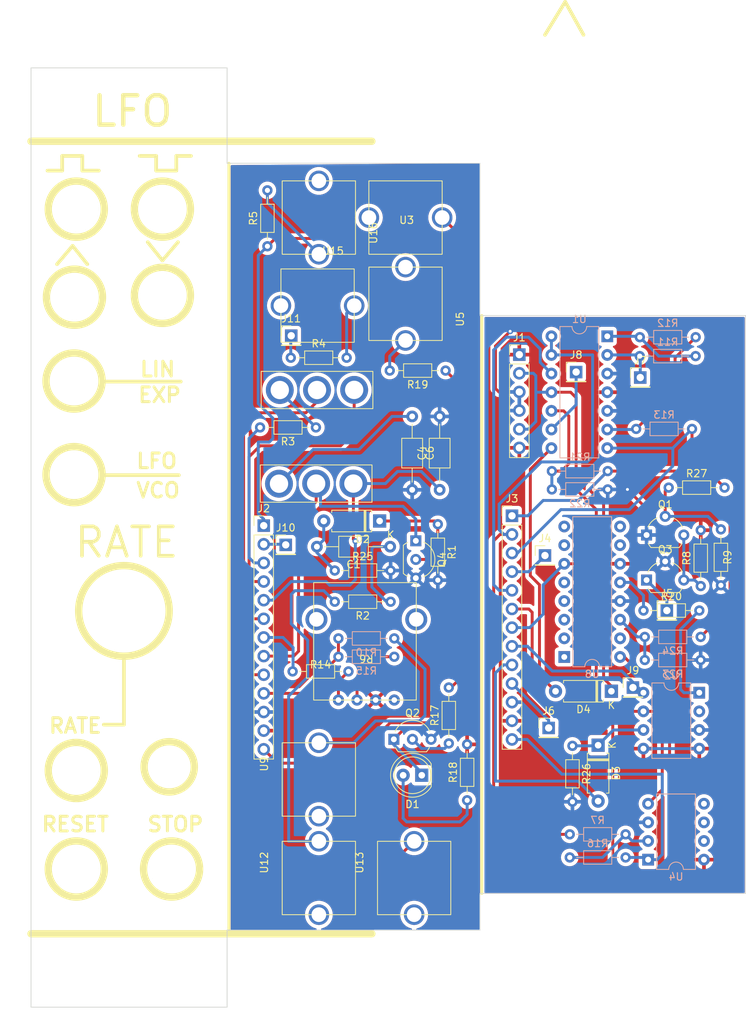
<source format=kicad_pcb>
(kicad_pcb (version 20221018) (generator pcbnew)
  (layers (0 "F.Cu" signal) (31 "B.Cu" signal) (34 "B.Paste" user) (35 "F.Paste" user) (36 "B.SilkS" user "B.Silkscreen") (37 "F.SilkS" user "F.Silkscreen") (38 "B.Mask" user) (39 "F.Mask" user) (44 "Edge.Cuts" user))
  (net 0 "")
  (net 1 "Net-(C1-Pad1)")
  (net 2 "Net-(D2-A)")
  (net 3 "Net-(R2-Pad2)")
  (net 5 "Net-(SW1-C)")
  (net 6 "Net-(D1-K)")
  (net 7 "Net-(D1-A)")
  (net 8 "+12V")
  (net 9 "-12V")
  (net 10 "GND")
  (net 11 "Net-(Q2-B)")
  (net 12 "Net-(D2-K)")
  (net 13 "Net-(D3-K)")
  (net 14 "Net-(D4-A)")
  (net 15 "Net-(Q1-B)")
  (net 16 "Net-(Q1-E)")
  (net 17 "Net-(R4-Pad2)")
  (net 18 "Net-(SW2-A)")
  (net 19 "Net-(R5-Pad2)")
  (net 23 "Net-(U1C-+)")
  (net 24 "Net-(R6-S)")
  (net 25 "Net-(R6-A)")
  (net 26 "Net-(R10-Pad2)")
  (net 27 "Net-(R11-Pad1)")
  (net 28 "Net-(U1B--)")
  (net 29 "Net-(R20-Pad1)")
  (net 30 "Net-(R20-Pad2)")
  (net 31 "Net-(U8A-+)")
  (net 37 "CV1")
  (net 38 "Net-(U4A--)")
  (net 39 "Net-(R19-Pad2)")
  (net 43 "VGND")
  (net 44 "CAP")
  (net 45 "STOP")
  (net 46 "SQR")
  (net 47 "ITRI")
  (net 48 "TRI")
  (net 49 "CV2")
  (net 50 "ABC")
  (net 51 "SW")
  (footprint "clipboard:8b81b61c-c021-4eda-8441-9e06cffa12e7" (layer "F.Cu") (at 65 59)
    (fp_text reference "")
    (fp_text value "")
  )
  (footprint "Library:3mm5 Mono Aux" (layer "F.Cu") (at 86.27 60.149 -90)
    (fp_text reference "U16")
    (fp_text value "Aux_flush")
  )
  (footprint "Library:3mm5 Mono Aux" (layer "F.Cu") (at 98.094265 60.149)
    (fp_text reference "U3")
    (fp_text value "Aux_flush")
  )
  (footprint "Library:Switch" (layer "F.Cu") (at 86.02 86.189)
    (fp_text reference "SW2" hide)
    (fp_text value "SW_SPDT")
  )
  (footprint "Resistor_THT:R_Axial_DIN0204_L3.6mm_D1.6mm_P7.62mm_Horizontal" (layer "F.Cu") (at 138.37 110.37 90)
    (fp_text reference "R8")
    (fp_text value "10k")
  )
  (footprint "Resistor_THT:R_Axial_DIN0204_L3.6mm_D1.6mm_P7.62mm_Horizontal" (layer "F.Cu") (at 120.87 132.14 -90)
    (fp_text reference "R26")
    (fp_text value "100k")
  )
  (footprint "Capacitor_THT:C_Axial_L3.8mm_D2.6mm_P10.00mm_Horizontal" (layer "F.Cu") (at 96 105 180)
    (fp_text reference "C1")
    (fp_text value "C")
  )
  (footprint "Diode_THT:D_A-405_P7.62mm_Horizontal" (layer "F.Cu") (at 94.56 101.5 180)
    (fp_text reference "D2")
    (fp_text value "D")
  )
  (footprint "Connector_PinHeader_2.54mm:PinHeader_1x01_P2.54mm_Vertical" (layer "F.Cu") (at 117.62 129.7)
    (fp_text reference "J6")
    (fp_text value "Conn_01x01_Pin")
  )
  (footprint "Connector_PinHeader_2.54mm:PinHeader_1x01_P2.54mm_Vertical" (layer "F.Cu") (at 133.75 113.7)
    (fp_text reference "J5")
    (fp_text value "Conn_01x01_Pin")
  )
  (footprint "Connector_PinHeader_2.54mm:PinHeader_1x01_P2.54mm_Vertical" (layer "F.Cu") (at 82.5 76.25)
    (fp_text reference "J11")
    (fp_text value "Conn_01x01_Pin")
  )
  (footprint "clipboard:8b81b61c-c021-4eda-8441-9e06cffa12e7" (layer "F.Cu") (at 65.925735 135)
    (fp_text reference "")
    (fp_text value "")
  )
  (footprint "Resistor_THT:R_Axial_DIN0204_L3.6mm_D1.6mm_P7.62mm_Horizontal" (layer "F.Cu") (at 82.44 79.25)
    (fp_text reference "R4")
    (fp_text value "1k")
  )
  (footprint "Library:3mm5 Mono Aux" (layer "F.Cu") (at 86.27 150.149 90)
    (fp_text reference "U12")
    (fp_text value "Aux_flush")
  )
  (footprint "Connector_PinHeader_2.54mm:PinHeader_1x01_P2.54mm_Vertical" (layer "F.Cu") (at 121.37 81.2)
    (fp_text reference "J8")
    (fp_text value "Conn_01x01_Pin")
  )
  (footprint "Resistor_THT:R_Axial_DIN0204_L3.6mm_D1.6mm_P7.62mm_Horizontal" (layer "F.Cu") (at 82.69 122)
    (fp_text reference "R14")
    (fp_text value "4k7")
  )
  (footprint "Resistor_THT:R_Axial_DIN0204_L3.6mm_D1.6mm_P7.62mm_Horizontal" (layer "F.Cu") (at 102.5 101.94 -90)
    (fp_text reference "R1")
    (fp_text value "100k")
  )
  (footprint "Resistor_THT:R_Axial_DIN0204_L3.6mm_D1.6mm_P7.62mm_Horizontal" (layer "F.Cu") (at 85.87 88.75 180)
    (fp_text reference "R3")
    (fp_text value "10k")
  )
  (footprint "Package_TO_SOT_THT:TO-92L_Wide" (layer "F.Cu") (at 130.98 109.55)
    (fp_text reference "Q3")
    (fp_text value "BC557")
  )
  (footprint "clipboard:8b81b61c-c021-4eda-8441-9e06cffa12e7" (layer "F.Cu") (at 53.175735 149)
    (fp_text reference "")
    (fp_text value "")
  )
  (footprint "MountingHole:MountingHole_3.2mm_M3" (layer "F.Cu") (at 52.25 165)
    (fp_text reference "REF**" hide)
    (fp_text value "MountingHole_3.2mm_M3")
  )
  (footprint "Connector_PinHeader_2.54mm:PinHeader_1x13_P2.54mm_Vertical" (layer "F.Cu") (at 112.62 100.79)
    (fp_text reference "J3")
    (fp_text value "Conn_01x13_Pin")
  )
  (footprint "Library:AlpsPot" (layer "F.Cu") (at 88.94 125.899)
    (fp_text reference "R6")
    (fp_text value "50k")
  )
  (footprint "clipboard:8b81b61c-c021-4eda-8441-9e06cffa12e7" (layer "F.Cu") (at 53.175735 135.574265)
    (fp_text reference "")
    (fp_text value "")
  )
  (footprint "Resistor_THT:R_Axial_DIN0204_L3.6mm_D1.6mm_P7.62mm_Horizontal" (layer "F.Cu") (at 104 131.81 90)
    (fp_text reference "R17")
    (fp_text value "100k")
  )
  (footprint "clipboard:8b81b61c-c021-4eda-8441-9e06cffa12e7" (layer "F.Cu") (at 66.175735 149)
    (fp_text reference "")
    (fp_text value "")
  )
  (footprint "Connector_PinHeader_2.54mm:PinHeader_1x01_P2.54mm_Vertical" (layer "F.Cu") (at 129.12 124.2)
    (fp_text reference "J9")
    (fp_text value "Conn_01x01_Pin")
  )
  (footprint "Library:3mm5 Mono Aux" (layer "F.Cu") (at 99.27 150.149 90)
    (fp_text reference "U13")
    (fp_text value "Aux_flush")
  )
  (footprint "Connector_PinHeader_2.54mm:PinHeader_1x13_P2.54mm_Vertical" (layer "F.Cu") (at 78.75 102.13)
    (fp_text reference "J2")
    (fp_text value "Conn_01x13_Pin")
  )
  (footprint "Connector_PinHeader_2.54mm:PinHeader_1x01_P2.54mm_Vertical" (layer "F.Cu") (at 130.12 81.95)
    (fp_text reference "J7")
    (fp_text value "Conn_01x01_Pin")
  )
  (footprint "Resistor_THT:R_Axial_DIN0204_L3.6mm_D1.6mm_P7.62mm_Horizontal" (layer "F.Cu") (at 103.56 81 180)
    (fp_text reference "R19")
    (fp_text value "1k")
  )
  (footprint "clipboard:8b81b61c-c021-4eda-8441-9e06cffa12e7" (layer "F.Cu") (at 53 71)
    (fp_text reference "")
    (fp_text value "")
  )
  (footprint "Connector_PinHeader_2.54mm:PinHeader_1x01_P2.54mm_Vertical" (layer "F.Cu") (at 117.12 106.2)
    (fp_text reference "J4")
    (fp_text value "Conn_01x01_Pin")
  )
  (footprint "Diode_THT:D_A-405_P7.62mm_Horizontal" (layer "F.Cu") (at 126.18 124.7 180)
    (fp_text reference "D4")
    (fp_text value "D")
  )
  (footprint "Library:3mm5 Mono Aux" (layer "F.Cu") (at 98.094265 71.899 -90)
    (fp_text reference "U5")
    (fp_text value "Aux_flush")
  )
  (footprint "Resistor_THT:R_Axial_DIN0204_L3.6mm_D1.6mm_P7.62mm_Horizontal" (layer "F.Cu") (at 88.44 108.25)
    (fp_text reference "R25")
    (fp_text value "100k")
  )
  (footprint "Resistor_THT:R_Axial_DIN0204_L3.6mm_D1.6mm_P7.62mm_Horizontal" (layer "F.Cu") (at 106.5 139.56 90)
    (fp_text reference "R18")
    (fp_text value "4k7")
  )
  (footprint "Resistor_THT:R_Axial_DIN0204_L3.6mm_D1.6mm_P7.62mm_Horizontal" (layer "F.Cu") (at 96.06 112.5 180)
    (fp_text reference "R2")
    (fp_text value "4k7")
  )
  (footprint "LED_THT:LED_D5.0mm" (layer "F.Cu") (at 100.31 136.149 180)
    (fp_text reference "D1")
    (fp_text value "LED")
  )
  (footprint "Diode_THT:D_A-405_P7.62mm_Horizontal" (layer "F.Cu") (at 124.37 132.055 -90)
    (fp_text reference "D3")
    (fp_text value "D")
  )
  (footprint "Library:3mm5 Mono Aux" (layer "F.Cu") (at 86.094265 72.149)
    (fp_text reference "U15")
    (fp_text value "Aux_flush")
  )
  (footprint "Resistor_THT:R_Axial_DIN0204_L3.6mm_D1.6mm_P7.62mm_Horizontal" (layer "F.Cu") (at 79.25 64.06 90)
    (fp_text reference "R5")
    (fp_text value "1k")
  )
  (footprint "Library:3mm5 Mono Aux" (layer "F.Cu") (at 86.27 136.723265 90)
    (fp_text reference "U9")
    (fp_text value "Aux_flush")
  )
  (footprint "clipboard:8b81b61c-c021-4eda-8441-9e06cffa12e7" (layer "F.Cu") (at 53.175735 59)
    (fp_text reference "")
    (fp_text value "")
  )
  (footprint "clipboard:8b81b61c-c021-4eda-8441-9e06cffa12e7" (layer "F.Cu") (at 52.925735 82.5)
    (fp_text reference "")
    (fp_text value "")
  )
  (footprint "clipboard:8b81b61c-c021-4eda-8441-9e06cffa12e7" (layer "F.Cu") (at 52.806204 95.25)
    (fp_text reference "")
    (fp_text value "")
  )
  (footprint "Package_TO_SOT_THT:TO-92L_Wide" (layer "F.Cu") (at 130.98 103.41)
    (fp_text reference "Q1")
    (fp_text value "BC557")
  )
  (footprint "Capacitor_THT:C_Axial_L3.8mm_D2.6mm_P10.00mm_Horizontal" (layer "F.Cu") (at 99 87.25 -90)
    (fp_text reference "C6")
    (fp_text value "C")
  )
  (footprint "Resistor_THT:R_Axial_DIN0204_L3.6mm_D1.6mm_P7.62mm_Horizontal" (layer "F.Cu") (at 141.12 110.26 90)
    (fp_text reference "R9")
    (fp_text value "4k7")
  )
  (footprint "Resistor_THT:R_Axial_DIN0204_L3.6mm_D1.6mm_P7.62mm_Horizontal" (layer "F.Cu") (at 134 96.95)
    (fp_text reference "R27")
    (fp_text value "4k7")
  )
  (footprint "" (layer "F.Cu") (at 59.675735 113.75)
    (fp_text reference "")
    (fp_text value "")
  )
  (footprint "Package_TO_SOT_THT:TO-92L_Inline_Wide" (layer "F.Cu") (at 99.5 104.2 -90)
    (fp_text reference "Q4")
    (fp_text value "BC547")
  )
  (footprint "Connector_PinHeader_2.54mm:PinHeader_1x06_P2.54mm_Vertical" (layer "F.Cu") (at 113.62 78.83)
    (fp_text reference "J1")
    (fp_text value "Conn_01x06_Female")
  )
  (footprint "MountingHole:MountingHole_3.2mm_M3" (layer "F.Cu") (at 52.25 42.5)
    (fp_text reference "REF**" hide)
    (fp_text value "MountingHole_3.2mm_M3")
  )
  (footprint "clipboard:8b81b61c-c021-4eda-8441-9e06cffa12e7" (layer "F.Cu") (at 65 70.75)
    (fp_text reference "")
    (fp_text value "")
  )
  (footprint "Library:Switch" (layer "F.Cu") (at 85.900469 93.859 180)
    (fp_text reference "SW1" hide)
    (fp_text value "SW_SPDT")
  )
  (footprint "Resistor_THT:R_Axial_DIN0204_L3.6mm_D1.6mm_P7.62mm_Horizontal" (layer "F.Cu") (at 130.56 113.7)
    (fp_text reference "R20")
    (fp_text value "4k7")
  )
  (footprint "Connector_PinHeader_2.54mm:PinHeader_1x01_P2.54mm_Vertical" (layer "F.Cu") (at 81.75 104.75)
    (fp_text reference "J10")
    (fp_text value "Conn_01x01_Pin")
  )
  (footprint "Capacitor_THT:C_Axial_L3.8mm_D2.6mm_P10.00mm_Horizontal" (layer "F.Cu") (at 102.75 97.25 90)
    (fp_text reference "C4")
    (fp_text value "C")
  )
  (footprint "Package_TO_SOT_THT:TO-92L_Inline_Wide" (layer "F.Cu") (at 96.5 131.25)
    (fp_text reference "Q2")
    (fp_text value "BC547")
  )
  (footprint "Resistor_THT:R_Axial_DIN0204_L3.6mm_D1.6mm_P7.62mm_Horizontal" (layer "B.Cu") (at 125.68 94.7 180)
    (fp_text reference "R21")
    (fp_text value "100k")
  )
  (footprint "Package_DIP:DIP-16_W7.62mm" (layer "B.Cu") (at 119.75 120.03)
    (fp_text reference "U8")
    (fp_text value "LM13700")
  )
  (footprint "Resistor_THT:R_Axial_DIN0204_L3.6mm_D1.6mm_P7.62mm_Horizontal" (layer "B.Cu") (at 88.94 120)
    (fp_text reference "R15")
    (fp_text value "100k")
  )
  (footprint "Resistor_THT:R_Axial_DIN0204_L3.6mm_D1.6mm_P7.62mm_Horizontal" (layer "B.Cu") (at 118.06 97.2)
    (fp_text reference "R22")
    (fp_text value "100k")
  )
  (footprint "Package_DIP:DIP-8_W7.62mm" (layer "B.Cu") (at 131.19 147.65)
    (fp_text reference "U4")
    (fp_text value "TL072")
  )
  (footprint "Resistor_THT:R_Axial_DIN0204_L3.6mm_D1.6mm_P7.62mm_Horizontal" (layer "B.Cu") (at 128.12 144.2 180)
    (fp_text reference "R7")
    (fp_text value "100k")
  )
  (footprint "Package_DIP:DIP-8_W7.62mm" (layer "B.Cu") (at 138.17 124.9 180)
    (fp_text reference "U2")
    (fp_text value "DG417xJ")
  )
  (footprint "Resistor_THT:R_Axial_DIN0204_L3.6mm_D1.6mm_P7.62mm_Horizontal" (layer "B.Cu") (at 128.12 147.35 180)
    (fp_text reference "R16")
    (fp_text value "100k")
  )
  (footprint "Resistor_THT:R_Axial_DIN0204_L3.6mm_D1.6mm_P7.62mm_Horizontal" (layer "B.Cu") (at 88.94 117.5)
    (fp_text reference "R10")
    (fp_text value "100k")
  )
  (footprint "Resistor_THT:R_Axial_DIN0204_L3.6mm_D1.6mm_P7.62mm_Horizontal" (layer "B.Cu") (at 137.18 88.95 180)
    (fp_text reference "R13")
    (fp_text value "100k")
  )
  (footprint "Package_DIP:DIP-14_W7.62mm" (layer "B.Cu") (at 125.62 76.33 180)
    (fp_text reference "U1")
    (fp_text value "TL074")
  )
  (footprint "Resistor_THT:R_Axial_DIN0204_L3.6mm_D1.6mm_P7.62mm_Horizontal" (layer "B.Cu") (at 130.74 120.445)
    (fp_text reference "R23")
    (fp_text value "1k")
  )
  (footprint "Resistor_THT:R_Axial_DIN0204_L3.6mm_D1.6mm_P7.62mm_Horizontal" (layer "B.Cu") (at 137.67 79.03 180)
    (fp_text reference "R11")
    (fp_text value "100k")
  )
  (footprint "Resistor_THT:R_Axial_DIN0204_L3.6mm_D1.6mm_P7.62mm_Horizontal" (layer "B.Cu") (at 137.68 76.45 180)
    (fp_text reference "R12")
    (fp_text value "100k")
  )
  (footprint "Resistor_THT:R_Axial_DIN0204_L3.6mm_D1.6mm_P7.62mm_Horizontal" (layer "B.Cu") (at 130.74 117.295)
    (fp_text reference "R24")
    (fp_text value "100k")
  )
  (gr_circle (center 52.925735 71) (end 56.75 71) (stroke (width 1)) (fill none) (layer "F.SilkS"))
  (gr_line (start 67.050735 63.5) (end 64.925735 66) (stroke (width 0.5)) (layer "F.SilkS"))
  (gr_circle (center 53.175735 148.925735) (end 57 148.925735) (stroke (width 1)) (fill none) (layer "F.SilkS"))
  (gr_circle (center 52.870735 82.425735) (end 56.695 82.425735) (stroke (width 1)) (fill none) (layer "F.SilkS"))
  (gr_circle (center 53.175735 59) (end 57 59) (stroke (width 1)) (fill none) (layer "F.SilkS"))
  (gr_line (start 54 53.75) (end 56.25 53.75) (stroke (width 0.5)) (layer "F.SilkS"))
  (gr_line (start 66.824265 51.75) (end 66.824265 53.75) (stroke (width 0.5)) (layer "F.SilkS"))
  (gr_line (start 50.550735 66.5) (end 52.675735 64) (stroke (width 0.5)) (layer "F.SilkS"))
  (gr_line (start 57.175735 82.5) (end 67.425735 82.5) (stroke (width 0.5)) (layer "F.SilkS"))
  (gr_line (start 54 51.75) (end 54 53.75) (stroke (width 0.5)) (layer "F.SilkS"))
  (gr_line (start 52.675735 64) (end 54.675735 66.5) (stroke (width 0.5)) (layer "F.SilkS"))
  (gr_circle (center 53.175735 135.5) (end 57 135.5) (stroke (width 1)) (fill none) (layer "F.SilkS"))
  (gr_line (start 64.074265 51.75) (end 61.824265 51.75) (stroke (width 0.5)) (layer "F.SilkS"))
  (gr_line (start 117.125 35.25) (end 119.875 30.75) (stroke (width 0.5)) (layer "F.SilkS"))
  (gr_line (start 57.175735 95.25) (end 67.175735 95.25) (stroke (width 0.5)) (layer "F.SilkS"))
  (gr_line (start 93.5 157.75) (end 47 157.75) (stroke (width 1)) (layer "F.SilkS"))
  (gr_line (start 74 52.75) (end 74 157.25) (stroke (width 0.4)) (layer "F.SilkS"))
  (gr_circle (center 64.925735 59) (end 68.75 59) (stroke (width 1)) (fill none) (layer "F.SilkS"))
  (gr_line (start 49.25 53.75) (end 51.25 53.75) (stroke (width 0.5)) (layer "F.SilkS"))
  (gr_circle (center 64.925735 70.75) (end 68.75 70.75) (stroke (width 1)) (fill none) (layer "F.SilkS"))
  (gr_circle (center 66.175735 148.925735) (end 70 148.925735) (stroke (width 1)) (fill none) (layer "F.SilkS"))
  (gr_circle (center 52.870735 95.181887) (end 56.695 95.181887) (stroke (width 1)) (fill none) (layer "F.SilkS"))
  (gr_line (start 68.824265 51.75) (end 66.824265 51.75) (stroke (width 0.5)) (layer "F.SilkS"))
  (gr_line (start 51.25 51.75) (end 54 51.75) (stroke (width 0.5)) (layer "F.SilkS"))
  (gr_line (start 108.5 73.5) (end 108.5 152.25) (stroke (width 0.4)) (layer "F.SilkS"))
  (gr_line (start 66.824265 53.75) (end 64.074265 53.75) (stroke (width 0.5)) (layer "F.SilkS"))
  (gr_line (start 119.875 30.75) (end 122.375 35.25) (stroke (width 0.5)) (layer "F.SilkS"))
  (gr_line (start 51.25 53.75) (end 51.25 51.75) (stroke (width 0.5)) (layer "F.SilkS"))
  (gr_circle (center 59.675735 113.75) (end 65.85028 113.75) (stroke (width 1)) (fill none) (layer "F.SilkS"))
  (gr_line (start 64.925735 66) (end 62.925735 63.5) (stroke (width 0.5)) (layer "F.SilkS"))
  (gr_line (start 59.675735 129.25) (end 59.675735 120.5) (stroke (width 0.5)) (layer "F.SilkS"))
  (gr_line (start 47 49.75) (end 93.5 49.75) (stroke (width 1)) (layer "F.SilkS"))
  (gr_line (start 56.925735 129.25) (end 59.675735 129.25) (stroke (width 0.5)) (layer "F.SilkS"))
  (gr_circle (center 65.85147 135) (end 69.277205 135) (stroke (width 1)) (fill none) (layer "F.SilkS"))
  (gr_line (start 64.074265 53.75) (end 64.074265 51.75) (stroke (width 0.5)) (layer "F.SilkS"))
  (gr_line (start 73.75 52.75) (end 108.25 52.75) (stroke (width 0.1)) (layer "Edge.Cuts"))
  (gr_line (start 144.5 73.5) (end 144.5 152.25) (stroke (width 0.1)) (layer "Edge.Cuts"))
  (gr_line (start 108.25 52.75) (end 108.25 73.5) (stroke (width 0.1)) (layer "Edge.Cuts"))
  (gr_line (start 108.25 157.25) (end 73.75 157.25) (stroke (width 0.1)) (layer "Edge.Cuts"))
  (gr_line (start 108.25 73.5) (end 144.5 73.5) (stroke (width 0.1)) (layer "Edge.Cuts"))
  (gr_line (start 47 39.75) (end 73.75 39.75) (stroke (width 0.1)) (layer "Edge.Cuts"))
  (gr_line (start 47 167.75) (end 47 39.75) (stroke (width 0.1)) (layer "Edge.Cuts"))
  (gr_line (start 73.75 167.75) (end 47 167.75) (stroke (width 0.1)) (layer "Edge.Cuts"))
  (gr_line (start 73.75 157.25) (end 73.75 167.75) (stroke (width 0.1)) (layer "Edge.Cuts"))
  (gr_line (start 144.5 152.25) (end 108.25 152.25) (stroke (width 0.1)) (layer "Edge.Cuts"))
  (gr_line (start 108.25 152.25) (end 108.25 157.25) (stroke (width 0.1)) (layer "Edge.Cuts"))
  (gr_line (start 73.75 39.75) (end 73.75 52.75) (stroke (width 0.1)) (layer "Edge.Cuts"))
  (gr_text "RESET" (at 48.251925 144) (layer "F.SilkS") (effects (font (size 2 2) (thickness 0.4) bold) (justify left bottom)))
  (gr_text "LIN\n" (at 61.675735 82) (layer "F.SilkS") (effects (font (size 2 2) (thickness 0.4) bold) (justify left bottom)))
  (gr_text "VCO\n" (at 61.175735 98.5) (layer "F.SilkS") (effects (font (size 2 2) (thickness 0.4) bold) (justify left bottom)))
  (gr_text "RATE" (at 52.675735 106.75) (layer "F.SilkS") (effects (font (size 4 4) (thickness 0.5)) (justify left bottom)))
  (gr_text "EXP" (at 61.425735 85.5) (layer "F.SilkS") (effects (font (size 2 2) (thickness 0.4) bold) (justify left bottom)))
  (gr_text "RATE" (at 49.251925 130.574265) (layer "F.SilkS") (effects (font (size 2 2) (thickness 0.4) bold) (justify left bottom)))
  (gr_text "LFO\n" (at 55 48) (layer "F.SilkS") (effects (font (size 4 4) (thickness 0.6) bold) (justify left bottom)))
  (gr_text "STOP" (at 62.675735 144) (layer "F.SilkS") (effects (font (size 2 2) (thickness 0.4) bold) (justify left bottom)))
  (gr_text "LFO\n" (at 61.175735 94.5) (layer "F.SilkS") (effects (font (size 2 2) (thickness 0.4) bold) (justify left bottom)))
  (segment (start 93.5 105.25) (end 93.75 105) (width 0.4) (layer "B.Cu") (net 1))
  (segment (start 93.5 110.5) (end 93.5 105.25) (width 0.4) (layer "B.Cu") (net 1))
  (segment (start 93.75 105) (end 96 105) (width 0.4) (layer "B.Cu") (net 1))
  (segment (start 95.5 112.5) (end 93.5 110.5) (width 0.4) (layer "B.Cu") (net 1))
  (segment (start 96.06 112.5) (end 95.5 112.5) (width 0.4) (layer "B.Cu") (net 1))
  (segment (start 86.94 101.5) (end 86.94 104.06) (width 0.4) (layer "B.Cu") (net 2))
  (segment (start 86.94 104.06) (end 86 105) (width 0.4) (layer "B.Cu") (net 2))
  (segment (start 88.44 108.25) (end 86 105.81) (width 0.4) (layer "B.Cu") (net 2))
  (segment (start 86 105.81) (end 86 105) (width 0.4) (layer "B.Cu") (net 2))
  (segment (start 86.94 111) (end 88.44 112.5) (width 0.4) (layer "B.Cu") (net 3))
  (segment (start 84.75 117.75) (end 82.5 115.5) (width 0.4) (layer "B.Cu") (net 3))
  (segment (start 82.149 145.149) (end 82.149 125.351) (width 0.4) (layer "B.Cu") (net 3))
  (segment (start 83 111) (end 86.94 111) (width 0.4) (layer "B.Cu") (net 3))
  (segment (start 82.5 111.5) (end 83 111) (width 0.4) (layer "B.Cu") (net 3))
  (segment (start 84.75 122.75) (end 84.75 117.75) (width 0.4) (layer "B.Cu") (net 3))
  (segment (start 86.27 145.149) (end 82.149 145.149) (width 0.4) (layer "B.Cu") (net 3))
  (segment (start 82.149 125.351) (end 84.75 122.75) (width 0.4) (layer "B.Cu") (net 3))
  (segment (start 82.5 115.5) (end 82.5 111.5) (width 0.4) (layer "B.Cu") (net 3))
  (segment (start 91.75 91.75) (end 96.25 87.25) (width 0.4) (layer "B.Cu") (net 5))
  (segment (start 96.25 87.25) (end 99 87.25) (width 0.4) (layer "B.Cu") (net 5))
  (segment (start 80.832356 96.415204) (end 85.49756 91.75) (width 0.4) (layer "B.Cu") (net 5))
  (segment (start 85.49756 91.75) (end 91.75 91.75) (width 0.4) (layer "B.Cu") (net 5))
  (segment (start 107.25 125.75) (end 107.25 64.304735) (width 0.4) (layer "F.Cu") (net 6))
  (segment (start 98 129.75) (end 103.25 129.75) (width 0.4) (layer "F.Cu") (net 6))
  (segment (start 103.25 129.75) (end 107.25 125.75) (width 0.4) (layer "F.Cu") (net 6))
  (segment (start 96.5 131.25) (end 98 129.75) (width 0.4) (layer "F.Cu") (net 6))
  (segment (start 107.25 64.304735) (end 103.094265 60.149) (width 0.4) (layer "F.Cu") (net 6))
  (segment (start 100.31 136.149) (end 100.31 135.81) (width 0.4) (layer "B.Cu") (net 6))
  (segment (start 96.5 132) (end 96.5 131.25) (width 0.4) (layer "B.Cu") (net 6))
  (segment (start 100.31 135.81) (end 96.5 132) (width 0.4) (layer "B.Cu") (net 6))
  (segment (start 98.25 142.5) (end 97.75 142) (width 0.4) (layer "B.Cu") (net 7))
  (segment (start 106.5 141.5) (end 105.5 142.5) (width 0.4) (layer "B.Cu") (net 7))
  (segment (start 106.5 139.56) (end 106.5 141.5) (width 0.4) (layer "B.Cu") (net 7))
  (segment (start 97.77 141.98) (end 97.77 136.149) (width 0.4) (layer "B.Cu") (net 7))
  (segment (start 105.5 142.5) (end 98.25 142.5) (width 0.4) (layer "B.Cu") (net 7))
  (segment (start 97.75 142) (end 97.77 141.98) (width 0.4) (layer "B.Cu") (net 7))
  (segment (start 130.55 132.52) (end 138.17 132.52) (width 0.4) (layer "B.Cu") (net 8))
  (segment (start 120.62 83.95) (end 118 83.95) (width 0.4) (layer "F.Cu") (net 9))
  (segment (start 125.61 127.44) (end 124.12 125.95) (width 0.4) (layer "F.Cu") (net 9))
  (segment (start 130.55 127.44) (end 125.61 127.44) (width 0.4) (layer "F.Cu") (net 9))
  (segment (start 121.37 97.2) (end 121.37 84.7) (width 0.4) (layer "F.Cu") (net 9))
  (segment (start 133.12 128.45) (end 132.11 127.44) (width 0.4) (layer "F.Cu") (net 9))
  (segment (start 119.75 107.33) (end 123.99 107.33) (width 0.4) (layer "F.Cu") (net 9))
  (segment (start 132.11 127.44) (end 130.55 127.44) (width 0.4) (layer "F.Cu") (net 9))
  (segment (start 121.37 84.7) (end 120.62 83.95) (width 0.4) (layer "F.Cu") (net 9))
  (segment (start 131.19 140.03) (end 133.12 138.1) (width 0.4) (layer "F.Cu") (net 9))
  (segment (start 124.12 99.95) (end 121.37 97.2) (width 0.4) (layer "F.Cu") (net 9))
  (segment (start 124.12 107.2) (end 124.12 99.95) (width 0.4) (layer "F.Cu") (net 9))
  (segment (start 123.99 107.33) (end 124.12 107.2) (width 0.4) (layer "F.Cu") (net 9))
  (segment (start 124.12 125.95) (end 124.12 107.2) (width 0.4) (layer "F.Cu") (net 9))
  (segment (start 133.12 138.1) (end 133.12 128.45) (width 0.4) (layer "F.Cu") (net 9))
  (segment (start 116.87 110.21) (end 119.75 107.33) (width 0.4) (layer "B.Cu") (net 9))
  (segment (start 118 83.95) (end 115.87 83.95) (width 0.4) (layer "B.Cu") (net 9))
  (segment (start 113.62 81.37) (end 115.54 81.37) (width 0.4) (layer "B.Cu") (net 9))
  (segment (start 82.75 118.75) (end 82.75 121.94) (width 0.4) (layer "B.Cu") (net 9))
  (segment (start 78.75 117.37) (end 81.37 117.37) (width 0.4) (layer "B.Cu") (net 9))
  (segment (start 114.83 88.99) (end 113.62 88.99) (width 0.4) (layer "B.Cu") (net 9))
  (segment (start 115.54 81.37) (end 115.87 81.7) (width 0.4) (layer "B.Cu") (net 9))
  (segment (start 112.62 116.03) (end 115.04 116.03) (width 0.4) (layer "B.Cu") (net 9))
  (segment (start 115.87 83.95) (end 115.87 87.95) (width 0.4) (layer "B.Cu") (net 9))
  (segment (start 81.37 117.37) (end 82.75 118.75) (width 0.4) (layer "B.Cu") (net 9))
  (segment (start 115.87 81.7) (end 115.87 83.95) (width 0.4) (layer "B.Cu") (net 9))
  (segment (start 115.87 87.95) (end 114.83 88.99) (width 0.4) (layer "B.Cu") (net 9))
  (segment (start 116.87 114.2) (end 116.87 110.21) (width 0.4) (layer "B.Cu") (net 9))
  (segment (start 115.04 116.03) (end 116.87 114.2) (width 0.4) (layer "B.Cu") (net 9))
  (segment (start 82.75 121.94) (end 82.69 122) (width 0.4) (layer "B.Cu") (net 9))
  (segment (start 110.37 77.6505) (end 110.37 83.45) (width 0.4) (layer "F.Cu") (net 10))
  (segment (start 110.37 83.45) (end 110.83 83.91) (width 0.4) (layer "F.Cu") (net 10))
  (segment (start 130.98 103.41) (end 130.98 99.81) (width 0.4) (layer "F.Cu") (net 10))
  (segment (start 130.98 99.81) (end 128.37 97.2) (width 0.4) (layer "F.Cu") (net 10))
  (segment (start 110.83 83.91) (end 113.62 83.91) (width 0.4) (layer "F.Cu") (net 10))
  (segment (start 112.37 75.6505) (end 110.37 77.6505) (width 0.4) (layer "F.Cu") (net 10))
  (via (at 112.37 75.6505) (size 0.8) (drill 0.4) (layers "F.Cu" "B.Cu") (net 10))
  (via (at 128.37 97.2) (size 0.8) (drill 0.4) (layers "F.Cu" "B.Cu") (net 10))
  (segment (start 104 131.94) (end 103.44 132.5) (width 0.4) (layer "B.Cu") (net 11))
  (segment (start 100.29 132.5) (end 99.04 131.25) (width 0.4) (layer "B.Cu") (net 11))
  (segment (start 103.44 132.5) (end 100.29 132.5) (width 0.4) (layer "B.Cu") (net 11))
  (segment (start 102.06 101.5) (end 102.5 101.94) (width 0.4) (layer "F.Cu") (net 12))
  (segment (start 94.56 101.5) (end 102.06 101.5) (width 0.4) (layer "F.Cu") (net 12))
  (segment (start 102.26 106.74) (end 102.5 106.5) (width 0.4) (layer "F.Cu") (net 12))
  (segment (start 102.5 106.5) (end 102.5 101.94) (width 0.4) (layer "F.Cu") (net 12))
  (segment (start 99.5 106.74) (end 102.26 106.74) (width 0.4) (layer "F.Cu") (net 12))
  (segment (start 120.87 132.14) (end 124.285 132.14) (width 0.4) (layer "B.Cu") (net 13))
  (segment (start 130.55 129.98) (end 126.445 129.98) (width 0.4) (layer "B.Cu") (net 13))
  (segment (start 124.285 132.14) (end 124.37 132.055) (width 0.4) (layer "B.Cu") (net 13))
  (segment (start 126.445 129.98) (end 124.37 132.055) (width 0.4) (layer "B.Cu") (net 13))
  (segment (start 115.12 94.45) (end 115.12 108.95) (width 0.4) (layer "F.Cu") (net 14))
  (segment (start 116.37 110.2) (end 116.37 122.51) (width 0.4) (layer "F.Cu") (net 14))
  (segment (start 115.12 108.95) (end 116.37 110.2) (width 0.4) (layer "F.Cu") (net 14))
  (segment (start 118 91.57) (end 115.12 94.45) (width 0.4) (layer "F.Cu") (net 14))
  (segment (start 116.37 122.51) (end 118.56 124.7) (width 0.4) (layer "F.Cu") (net 14))
  (segment (start 133.52 100.87) (end 133.52 97.43) (width 0.4) (layer "F.Cu") (net 15))
  (segment (start 133.52 97.43) (end 134 96.95) (width 0.4) (layer "F.Cu") (net 15))
  (segment (start 139.35 100.87) (end 141.12 102.64) (width 0.4) (layer "B.Cu") (net 15))
  (segment (start 133.52 100.87) (end 139.35 100.87) (width 0.4) (layer "B.Cu") (net 15))
  (segment (start 136.06 109.55) (end 136.06 103.41) (width 0.4) (layer "B.Cu") (net 16))
  (segment (start 137.55 109.55) (end 138.37 110.37) (width 0.4) (layer "B.Cu") (net 16))
  (segment (start 136.06 109.55) (end 137.55 109.55) (width 0.4) (layer "B.Cu") (net 16))
  (segment (start 90.06 73.183265) (end 91.094265 72.149) (width 0.4) (layer "B.Cu") (net 17))
  (segment (start 90.06 79.25) (end 90.06 73.183265) (width 0.4) (layer "B.Cu") (net 17))
  (segment (start 80.94 83.82) (end 80.94 83.649) (width 0.4) (layer "B.Cu") (net 18))
  (segment (start 85.87 88.75) (end 80.94 83.82) (width 0.4) (layer "B.Cu") (net 18))
  (segment (start 79.25 58.129) (end 79.25 56.44) (width 0.4) (layer "B.Cu") (net 19))
  (segment (start 86.27 65.149) (end 79.25 58.129) (width 0.4) (layer "B.Cu") (net 19))
  (segment (start 120.37 87.2) (end 119.66 86.49) (width 0.4) (layer "F.Cu") (net 23))
  (segment (start 119.37 94.7) (end 120.37 93.7) (width 0.4) (layer "F.Cu") (net 23))
  (segment (start 120.37 93.7) (end 120.37 87.2) (width 0.4) (layer "F.Cu") (net 23))
  (segment (start 119.66 86.49) (end 118 86.49) (width 0.4) (layer "F.Cu") (net 23))
  (segment (start 118.06 94.7) (end 119.37 94.7) (width 0.4) (layer "F.Cu") (net 23))
  (segment (start 118.06 97.2) (end 118.06 94.7) (width 0.4) (layer "B.Cu") (net 23))
  (segment (start 91.48 125.899) (end 91.48 123.27) (width 0.4) (layer "F.Cu") (net 24))
  (segment (start 94.75 120) (end 96.56 120) (width 0.4) (layer "F.Cu") (net 24))
  (segment (start 91.48 123.27) (end 94.75 120) (width 0.4) (layer "F.Cu") (net 24))
  (segment (start 88.94 125.899) (end 88.94 123.37) (width 0.4) (layer "F.Cu") (net 25))
  (segment (start 88.94 123.37) (end 90.31 122) (width 0.4) (layer "F.Cu") (net 25))
  (segment (start 100.75 128) (end 100.75 121.69) (width 0.4) (layer "B.Cu") (net 26))
  (segment (start 100 128.75) (end 100.75 128) (width 0.4) (layer "B.Cu") (net 26))
  (segment (start 86.27 131.723265) (end 91.026735 131.723265) (width 0.4) (layer "B.Cu") (net 26))
  (segment (start 91.026735 131.723265) (end 94 128.75) (width 0.4) (layer "B.Cu") (net 26))
  (segment (start 94 128.75) (end 100 128.75) (width 0.4) (layer "B.Cu") (net 26))
  (segment (start 100.75 121.69) (end 96.56 117.5) (width 0.4) (layer "B.Cu") (net 26))
  (segment (start 137.67 79.03) (end 132.64 79.03) (width 0.4) (layer "B.Cu") (net 27))
  (segment (start 125.62 76.33) (end 129.94 76.33) (width 0.4) (layer "B.Cu") (net 27))
  (segment (start 129.94 76.33) (end 130.06 76.45) (width 0.4) (layer "B.Cu") (net 27))
  (segment (start 132.64 79.03) (end 130.06 76.45) (width 0.4) (layer "B.Cu") (net 27))
  (segment (start 129.56 88.95) (end 134.87 83.64) (width 0.4) (layer "F.Cu") (net 28))
  (segment (start 134.87 83.64) (end 134.87 79.26) (width 0.4) (layer "F.Cu") (net 28))
  (segment (start 134.87 79.26) (end 137.68 76.45) (width 0.4) (layer "F.Cu") (net 28))
  (segment (start 129.48 89.03) (end 129.56 88.95) (width 0.4) (layer "B.Cu") (net 28))
  (segment (start 125.62 89.03) (end 129.48 89.03) (width 0.4) (layer "B.Cu") (net 28))
  (segment (start 130.56 111.64) (end 128.79 109.87) (width 0.4) (layer "B.Cu") (net 29))
  (segment (start 128.79 109.87) (end 127.37 109.87) (width 0.4) (layer "B.Cu") (net 29))
  (segment (start 130.56 113.7) (end 130.56 111.64) (width 0.4) (layer "B.Cu") (net 29))
  (segment (start 138.17 124.9) (end 136.07 124.9) (width 0.4) (layer "B.Cu") (net 30))
  (segment (start 135.62 116.26) (end 138.18 113.7) (width 0.4) (layer "B.Cu") (net 30))
  (segment (start 135.62 124.45) (end 135.62 116.26) (width 0.4) (layer "B.Cu") (net 30))
  (segment (start 136.07 124.9) (end 135.62 124.45) (width 0.4) (layer "B.Cu") (net 30))
  (segment (start 127.37 114.95) (end 129.715 117.295) (width 0.4) (layer "B.Cu") (net 31))
  (segment (start 130.74 120.445) (end 130.74 117.295) (width 0.4) (layer "B.Cu") (net 31))
  (segment (start 129.715 117.295) (end 130.74 117.295) (width 0.4) (layer "B.Cu") (net 31))
  (segment (start 141.62 96.95) (end 137.18 92.51) (width 0.4) (layer "F.Cu") (net 37))
  (segment (start 137.18 92.51) (end 137.18 88.95) (width 0.4) (layer "F.Cu") (net 37))
  (segment (start 134.56 91.57) (end 137.18 88.95) (width 0.4) (layer "B.Cu") (net 37))
  (segment (start 112.62 105.87) (end 113.37 105.87) (width 0.4) (layer "B.Cu") (net 37))
  (segment (start 125.62 91.57) (end 134.56 91.57) (width 0.4) (layer "B.Cu") (net 37))
  (segment (start 77.46 107.21) (end 76.75 106.5) (width 0.4) (layer "B.Cu") (net 37))
  (segment (start 78.75 107.21) (end 77.46 107.21) (width 0.4) (layer "B.Cu") (net 37))
  (segment (start 134.56 94.01) (end 134.56 91.57) (width 0.4) (layer "B.Cu") (net 37))
  (segment (start 113.37 105.87) (end 119.29 99.95) (width 0.4) (layer "B.Cu") (net 37))
  (segment (start 119.29 99.95) (end 128.62 99.95) (width 0.4) (layer "B.Cu") (net 37))
  (segment (start 128.62 99.95) (end 134.56 94.01) (width 0.4) (layer "B.Cu") (net 37))
  (segment (start 76.75 106.5) (end 76.75 90.25) (width 0.4) (layer "B.Cu") (net 37))
  (segment (start 76.75 90.25) (end 78.25 88.75) (width 0.4) (layer "B.Cu") (net 37))
  (segment (start 131.19 145.11) (end 129.03 145.11) (width 0.4) (layer "B.Cu") (net 38))
  (segment (start 120.5 147.35) (end 124.97 147.35) (width 0.4) (layer "B.Cu") (net 38))
  (segment (start 129.03 145.11) (end 128.12 144.2) (width 0.4) (layer "B.Cu") (net 38))
  (segment (start 124.97 147.35) (end 128.12 144.2) (width 0.4) (layer "B.Cu") (net 38))
  (segment (start 95.94 81) (end 95.94 79.053265) (width 0.4) (layer "B.Cu") (net 39))
  (segment (start 95.94 79.053265) (end 98.094265 76.899) (width 0.4) (layer "B.Cu") (net 39))
  (segment (start 88.94 120) (end 88.94 117.5) (width 0.4) (layer "F.Cu") (net 43))
  (segment (start 83.95 124.99) (end 88.94 120) (width 0.4) (layer "F.Cu") (net 43))
  (segment (start 78.75 124.99) (end 83.95 124.99) (width 0.4) (layer "F.Cu") (net 43))
  (segment (start 117.62 129.7) (end 117.62 128.65) (width 0.4) (layer "B.Cu") (net 43))
  (segment (start 129.89 78.87) (end 130.05 79.03) (width 0.4) (layer "B.Cu") (net 43))
  (segment (start 117.62 128.65) (end 112.62 123.65) (width 0.4) (layer "B.Cu") (net 43))
  (segment (start 130.12 81.95) (end 130.12 79.1) (width 0.4) (layer "B.Cu") (net 43))
  (segment (start 125.62 78.87) (end 129.89 78.87) (width 0.4) (layer "B.Cu") (net 43))
  (segment (start 130.12 79.1) (end 130.05 79.03) (width 0.4) (layer "B.Cu") (net 43))
  (segment (start 90.980469 103.980469) (end 90.980469 96.399) (width 0.4) (layer "F.Cu") (net 44))
  (segment (start 91.25 104.25) (end 90.980469 103.980469) (width 0.4) (layer "F.Cu") (net 44))
  (via (at 91.25 104.25) (size 0.8) (drill 0.4) (layers "F.Cu" "B.Cu") (net 44))
  (segment (start 114.87 76.45) (end 116.47 78.05) (width 0.4) (layer "B.Cu") (net 44))
  (segment (start 111.87 76.45) (end 114.87 76.45) (width 0.4) (layer "B.Cu") (net 44))
  (segment (start 91.25 109.5) (end 91.25 104.25) (width 0.4) (layer "B.Cu") (net 44))
  (segment (start 110.12 78.2) (end 111.87 76.45) (width 0.4) (layer "B.Cu") (net 44))
  (segment (start 110.87 110.95) (end 110.12 110.2) (width 0.4) (layer "B.Cu") (net 44))
  (segment (start 79.96 112.29) (end 82.5 109.75) (width 0.4) (layer "B.Cu") (net 44))
  (segment (start 116.47 79.88) (end 118 81.41) (width 0.4) (layer "B.Cu") (net 44))
  (segment (start 95.351 96.399) (end 97 94.75) (width 0.4) (layer "B.Cu") (net 44))
  (segment (start 112.62 110.95) (end 110.87 110.95) (width 0.4) (layer "B.Cu") (net 44))
  (segment (start 110.12 110.2) (end 110.12 78.2) (width 0.4) (layer "B.Cu") (net 44))
  (segment (start 90.5 110.25) (end 90.75 110) (width 0.4) (layer "B.Cu") (net 44))
  (segment (start 78.75 112.29) (end 79.96 112.29) (width 0.4) (layer "B.Cu") (net 44))
  (segment (start 116.47 78.05) (end 116.47 79.88) (width 0.4) (layer "B.Cu") (net 44))
  (segment (start 97 94.75) (end 100.25 94.75) (width 0.4) (layer "B.Cu") (net 44))
  (segment (start 87.25 109.75) (end 87.75 110.25) (width 0.4) (layer "B.Cu") (net 44))
  (segment (start 90.75 110) (end 91.25 109.5) (width 0.4) (layer "B.Cu") (net 44))
  (segment (start 100.25 94.75) (end 102.75 97.25) (width 0.4) (layer "B.Cu") (net 44))
  (segment (start 90.980469 96.399) (end 95.351 96.399) (width 0.4) (layer "B.Cu") (net 44))
  (segment (start 82.5 109.75) (end 87.25 109.75) (width 0.4) (layer "B.Cu") (net 44))
  (segment (start 87.75 110.25) (end 90.5 110.25) (width 0.4) (layer "B.Cu") (net 44))
  (segment (start 77.05 122.45) (end 76.5 123) (width 0.4) (layer "F.Cu") (net 45))
  (segment (start 96.919 147.5) (end 99.27 145.149) (width 0.4) (layer "F.Cu") (net 45))
  (segment (start 76.5 123) (end 76.5 146.5) (width 0.4) (layer "F.Cu") (net 45))
  (segment (start 77.5 147.5) (end 96.919 147.5) (width 0.4) (layer "F.Cu") (net 45))
  (segment (start 78.75 122.45) (end 77.05 122.45) (width 0.4) (layer "F.Cu") (net 45))
  (segment (start 76.5 146.5) (end 77.5 147.5) (width 0.4) (layer "F.Cu") (net 45))
  (segment (start 111.46 121.11) (end 110.37 122.2) (width 0.4) (layer "B.Cu") (net 45))
  (segment (start 110.37 136.95) (end 121.645 136.95) (width 0.4) (layer "B.Cu") (net 45))
  (segment (start 121.645 136.95) (end 124.37 139.675) (width 0.4) (layer "B.Cu") (net 45))
  (segment (start 112.62 121.11) (end 111.46 121.11) (width 0.4) (layer "B.Cu") (net 45))
  (segment (start 110.37 122.2) (end 110.37 136.95) (width 0.4) (layer "B.Cu") (net 45))
  (segment (start 105.25 123.25) (end 105.25 85.75) (width 0.4) (layer "F.Cu") (net 46))
  (segment (start 125.12 99.2) (end 123.37 97.45) (width 0.4) (layer "F.Cu") (net 46))
  (segment (start 142.37 100.7) (end 142.37 113.285) (width 0.4) (layer "F.Cu") (net 46))
  (segment (start 126.18 124.01) (end 125.12 122.95) (width 0.4) (layer "F.Cu") (net 46))
  (segment (start 123.37 97.45) (end 123.37 97.01) (width 0.4) (layer "F.Cu") (net 46))
  (segment (start 102.75 63.5) (end 102.25 63) (width 0.4) (layer "F.Cu") (net 46))
  (segment (start 104 124.19) (end 104.31 124.19) (width 0.4) (layer "F.Cu") (net 46))
  (segment (start 136.37 94.7) (end 142.37 100.7) (width 0.4) (layer "F.Cu") (net 46))
  (segment (start 142.37 113.285) (end 138.36 117.295) (width 0.4) (layer "F.Cu") (net 46))
  (segment (start 123.37 97.01) (end 125.68 94.7) (width 0.4) (layer "F.Cu") (net 46))
  (segment (start 126.18 124.7) (end 126.18 124.01) (width 0.4) (layer "F.Cu") (net 46))
  (segment (start 125.68 94.7) (end 136.37 94.7) (width 0.4) (layer "F.Cu") (net 46))
  (segment (start 80.31 63) (end 79.25 64.06) (width 0.4) (layer "F.Cu") (net 46))
  (segment (start 102.25 63) (end 80.31 63) (width 0.4) (layer "F.Cu") (net 46))
  (segment (start 125.12 122.95) (end 125.12 99.2) (width 0.4) (layer "F.Cu") (net 46))
  (segment (start 104.31 124.19) (end 105.25 123.25) (width 0.4) (layer "F.Cu") (net 46))
  (segment (start 101.75 79.5) (end 102.75 78.5) (width 0.4) (layer "F.Cu") (net 46))
  (segment (start 105.25 85.75) (end 101.75 82.25) (width 0.4) (layer "F.Cu") (net 46))
  (segment (start 102.75 78.5) (end 102.75 63.5) (width 0.4) (layer "F.Cu") (net 46))
  (segment (start 101.75 82.25) (end 101.75 79.5) (width 0.4) (layer "F.Cu") (net 46))
  (segment (start 112.62 100.79) (end 114.78 100.79) (width 0.4) (layer "B.Cu") (net 46))
  (segment (start 121.68 98.7) (end 125.68 94.7) (width 0.4) (layer "B.Cu") (net 46))
  (segment (start 78 90.75) (end 78 100.5) (width 0.4) (layer "B.Cu") (net 46))
  (segment (start 116.87 98.7) (end 121.68 98.7) (width 0.4) (layer "B.Cu") (net 46))
  (segment (start 78 65.31) (end 78 85.5) (width 0.4) (layer "B.Cu") (net 46))
  (segment (start 78 100.5) (end 78.75 101.25) (width 0.4) (layer "B.Cu") (net 46))
  (segment (start 78.75 101.25) (end 78.75 102.13) (width 0.4) (layer "B.Cu") (net 46))
  (segment (start 80 87.5) (end 80 90.25) (width 0.4) (layer "B.Cu") (net 46))
  (segment (start 80 90.25) (end 79.5 90.75) (width 0.4) (layer "B.Cu") (net 46))
  (segment (start 114.78 100.79) (end 116.87 98.7) (width 0.4) (layer "B.Cu") (net 46))
  (segment (start 79.25 64.06) (end 78 65.31) (width 0.4) (layer "B.Cu") (net 46))
  (segment (start 78 85.5) (end 80 87.5) (width 0.4) (layer "B.Cu") (net 46))
  (segment (start 79.5 90.75) (end 78 90.75) (width 0.4) (layer "B.Cu") (net 46))
  (segment (start 106.25 125.25) (end 102.5 129) (width 0.4) (layer "F.Cu") (net 47))
  (segment (start 103.56 81) (end 106.25 83.69) (width 0.4) (layer "F.Cu") (net 47))
  (segment (start 106.25 83.69) (end 106.25 125.25) (width 0.4) (layer "F.Cu") (net 47))
  (segment (start 96 129) (end 90.5 134.5) (width 0.4) (layer "F.Cu") (net 47))
  (segment (start 102.5 129) (end 96 129) (width 0.4) (layer "F.Cu") (net 47))
  (segment (start 80.64 134.5) (end 78.75 132.61) (width 0.4) (layer "F.Cu") (net 47))
  (segment (start 90.5 134.5) (end 80.64 134.5) (width 0.4) (layer "F.Cu") (net 47))
  (segment (start 133.12 136) (end 133.12 146.95) (width 0.4) (layer "B.Cu") (net 47))
  (segment (start 130.89 147.35) (end 131.19 147.65) (width 0.4) (layer "B.Cu") (net 47))
  (segment (start 119.42 136) (end 133.12 136) (width 0.4) (layer "B.Cu") (net 47))
  (segment (start 133.12 146.95) (end 132.42 147.65) (width 0.4) (layer "B.Cu") (net 47))
  (segment (start 112.62 131.27) (end 114.69 131.27) (width 0.4) (layer "B.Cu") (net 47))
  (segment (start 132.42 147.65) (end 131.19 147.65) (width 0.4) (layer "B.Cu") (net 47))
  (segment (start 128.12 147.35) (end 130.89 147.35) (width 0.4) (layer "B.Cu") (net 47))
  (segment (start 114.69 131.27) (end 119.42 136) (width 0.4) (layer "B.Cu") (net 47))
  (segment (start 110.99 103.33) (end 112.62 103.33) (width 0.4) (layer "F.Cu") (net 48))
  (segment (start 120.5 144.2) (end 113.12 144.2) (width 0.4) (layer "F.Cu") (net 48))
  (segment (start 110.12 104.2) (end 110.99 103.33) (width 0.4) (layer "F.Cu") (net 48))
  (segment (start 110.12 141.2) (end 110.12 104.2) (width 0.4) (layer "F.Cu") (net 48))
  (segment (start 113.12 144.2) (end 110.12 141.2) (width 0.4) (layer "F.Cu") (net 48))
  (segment (start 110.87 99.2) (end 110.87 102.7) (width 0.4) (layer "B.Cu") (net 48))
  (segment (start 82.44 79.25) (end 82.44 76.31) (width 0.4) (layer "B.Cu") (net 48))
  (segment (start 123.62 78.87) (end 123.62 92.7) (width 0.4) (layer "B.Cu") (net 48))
  (segment (start 82.44 76.31) (end 82.5 76.25) (width 0.4) (layer "B.Cu") (net 48))
  (segment (start 118 76.33) (end 118 78.87) (width 0.4) (layer "B.Cu") (net 48))
  (segment (start 111.5 103.33) (end 112.62 103.33) (width 0.4) (layer "B.Cu") (net 48))
  (segment (start 116.62 93.45) (end 110.87 99.2) (width 0.4) (layer "B.Cu") (net 48))
  (segment (start 122.87 93.45) (end 116.62 93.45) (width 0.4) (layer "B.Cu") (net 48))
  (segment (start 123.62 92.7) (end 122.87 93.45) (width 0.4) (layer "B.Cu") (net 48))
  (segment (start 78.75 104.67) (end 81.67 104.67) (width 0.4) (layer "B.Cu") (net 48))
  (segment (start 118 78.87) (end 123.62 78.87) (width 0.4) (layer "B.Cu") (net 48))
  (segment (start 110.87 102.7) (end 111.5 103.33) (width 0.4) (layer "B.Cu") (net 48))
  (segment (start 81.67 104.67) (end 81.75 104.75) (width 0.4) (layer "B.Cu") (net 48))
  (segment (start 78.75 109.75) (end 77.25 109.75) (width 0.4) (layer "F.Cu") (net 49))
  (segment (start 76.75 109.25) (end 76.75 92.75) (width 0.4) (layer "F.Cu") (net 49))
  (segment (start 91.088113 89.411887) (end 89.25 91.25) (width 0.4) (layer "F.Cu") (net 49))
  (segment (start 77.25 109.75) (end 76.75 109.25) (width 0.4) (layer "F.Cu") (net 49))
  (segment (start 78.25 91.25) (end 89.25 91.25) (width 0.4) (layer "F.Cu") (net 49))
  (segment (start 76.75 92.75) (end 77.25 92.25) (width 0.4) (layer "F.Cu") (net 49))
  (segment (start 77.25 92.25) (end 78.25 91.25) (width 0.4) (layer "F.Cu") (net 49))
  (segment (start 91.088113 83.632796) (end 91.088113 89.411887) (width 0.4) (layer "F.Cu") (net 49))
  (segment (start 130.98 109.55) (end 133.75 112.32) (width 0.4) (layer "B.Cu") (net 49))
  (segment (start 133.75 112.32) (end 133.75 113.7) (width 0.4) (layer "B.Cu") (net 49))
  (segment (start 114.91 108.41) (end 117.12 106.2) (width 0.4) (layer "B.Cu") (net 49))
  (segment (start 112.62 108.41) (end 114.91 108.41) (width 0.4) (layer "B.Cu") (net 49))
  (segment (start 115.37 124.7) (end 119.87 129.2) (width 0.4) (layer "F.Cu") (net 50))
  (segment (start 127.95 120.03) (end 127.37 120.03) (width 0.4) (layer "F.Cu") (net 50))
  (segment (start 126.37 149.45) (end 127.62 150.7) (width 0.4) (layer "F.Cu") (net 50))
  (segment (start 84.5 86.75) (end 86.02 85.23) (width 0.4) (layer "F.Cu") (net 50))
  (segment (start 78.75 114.83) (end 77.08 114.83) (width 0.4) (layer "F.Cu") (net 50))
  (segment (start 127.62 150.7) (end 133.62 150.7) (width 0.4) (layer "F.Cu") (net 50))
  (segment (start 76.25 86.75) (end 84.5 86.75) (width 0.4) (layer "F.Cu") (net 50))
  (segment (start 86.02 85.23) (end 86.02 83.649) (width 0.4) (layer "F.Cu") (net 50))
  (segment (start 133.62 150.7) (end 134.12 150.2) (width 0.4) (layer "F.Cu") (net 50))
  (segment (start 76 87) (end 76.25 86.75) (width 0.4) (layer "F.Cu") (net 50))
  (segment (start 126.37 129.2) (end 126.37 149.45) (width 0.4) (layer "F.Cu") (net 50))
  (segment (start 112.62 113.49) (end 114.91 113.49) (width 0.4) (layer "F.Cu") (net 50))
  (segment (start 114.91 113.49) (end 115.37 113.95) (width 0.4) (layer "F.Cu") (net 50))
  (segment (start 77.08 114.83) (end 76 113.75) (width 0.4) (layer "F.Cu") (net 50))
  (segment (start 115.37 113.95) (end 115.37 124.7) (width 0.4) (layer "F.Cu") (net 50))
  (segment (start 76 113.75) (end 76 87) (width 0.4) (layer "F.Cu") (net 50))
  (segment (start 119.87 129.2) (end 126.37 129.2) (width 0.4) (layer "F.Cu") (net 50))
  (segment (start 134.12 150.2) (end 134.12 126.2) (width 0.4) (layer "F.Cu") (net 50))
  (segment (start 134.12 126.2) (end 127.95 120.03) (width 0.4) (layer "F.Cu") (net 50))
  (segment (start 85.900469 98.849531) (end 85.900469 96.399) (width 0.4) (layer "F.Cu") (net 51))
  (segment (start 83.5 119.25) (end 83.5 101.25) (width 0.4) (layer "F.Cu") (net 51))
  (segment (start 83.5 101.25) (end 85.900469 98.849531) (width 0.4) (layer "F.Cu") (net 51))
  (segment (start 82.84 119.91) (end 83.5 119.25) (width 0.4) (layer "F.Cu") (net 51))
  (segment (start 78.75 119.91) (end 82.84 119.91) (width 0.4) (layer "F.Cu") (net 51))
  (segment (start 99.5 104.2) (end 99.5 101.25) (width 0.4) (layer "B.Cu") (net 51))
  (segment (start 114.74 118.57) (end 118.12 121.95) (width 0.4) (layer "B.Cu") (net 51))
  (segment (start 99.5 101.25) (end 97.75 99.5) (width 0.4) (layer "B.Cu") (net 51))
  (segment (start 121.37 85.66) (end 121.37 81.2) (width 0.4) (layer "B.Cu") (net 51))
  (segment (start 112.62 118.57) (end 114.74 118.57) (width 0.4) (layer "B.Cu") (net 51))
  (segment (start 118 89.03) (end 121.37 85.66) (width 0.4) (layer "B.Cu") (net 51))
  (segment (start 118.12 121.95) (end 127.6 121.95) (width 0.4) (layer "B.Cu") (net 51))
  (segment (start 97.75 99.5) (end 86.5 99.5) (width 0.4) (layer "B.Cu") (net 51))
  (segment (start 127.6 121.95) (end 130.55 124.9) (width 0.4) (layer "B.Cu") (net 51))
  (segment (start 86.5 99.5) (end 86.5 96.998531) (width 0.4) (layer "B.Cu") (net 51))
  (segment (start 86.5 96.998531) (end 85.900469 96.399) (width 0.4) (layer "B.Cu") (net 51))
  (zone (net 8) (net_name "+12V") (layer "F.Cu") (priority 1) (connect_pads (clearance 0.5)) (min_thickness 0.25) (fill yes (thermal_gap 0.5) (thermal_bridge_width 0.5))
    (polygon (pts (xy 74.25 53) (xy 108.25 52.75) (xy 108.25 157.25) (xy 74.25 157.5)))
  )
  (zone (net 8) (net_name "+12V") (layer "F.Cu") (connect_pads (clearance 0.5)) (min_thickness 0.25) (fill yes (thermal_gap 0.5) (thermal_bridge_width 0.5))
    (polygon (pts (xy 108.87 73.7) (xy 144.37 73.7) (xy 144.37 152.2) (xy 108.87 152.2)))
  )
  (zone (net 10) (net_name "GND") (layer "B.Cu") (priority 1) (connect_pads (clearance 0.5)) (min_thickness 0.25) (fill yes (thermal_gap 0.5) (thermal_bridge_width 0.5))
    (polygon (pts (xy 74.25 53) (xy 108.25 52.75) (xy 108.25 157.25) (xy 74.25 157.5)))
  )
  (zone (net 10) (net_name "GND") (layer "B.Cu") (connect_pads (clearance 0.5)) (min_thickness 0.25) (fill yes (thermal_gap 0.5) (thermal_bridge_width 0.5))
    (polygon (pts (xy 108.87 73.7) (xy 144.37 73.7) (xy 144.37 152.2) (xy 108.87 152.2)))
  )
)
</source>
